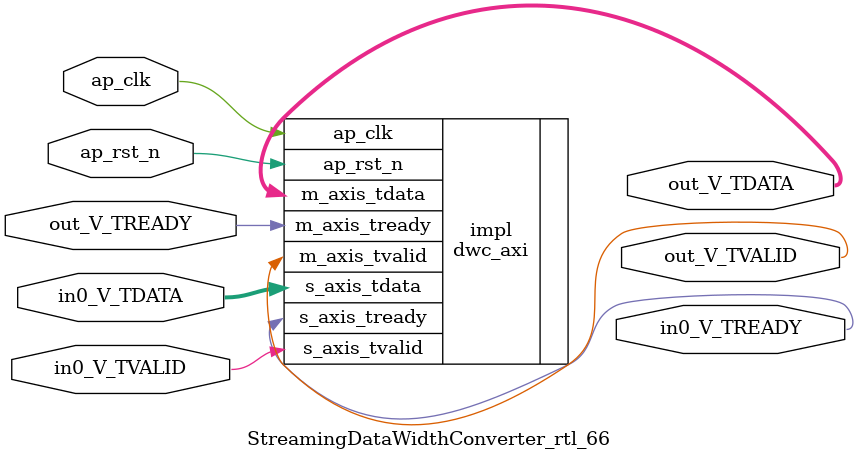
<source format=v>
/******************************************************************************
 * Copyright (C) 2023, Advanced Micro Devices, Inc.
 * All rights reserved.
 *
 * Redistribution and use in source and binary forms, with or without
 * modification, are permitted provided that the following conditions are met:
 *
 *  1. Redistributions of source code must retain the above copyright notice,
 *     this list of conditions and the following disclaimer.
 *
 *  2. Redistributions in binary form must reproduce the above copyright
 *     notice, this list of conditions and the following disclaimer in the
 *     documentation and/or other materials provided with the distribution.
 *
 *  3. Neither the name of the copyright holder nor the names of its
 *     contributors may be used to endorse or promote products derived from
 *     this software without specific prior written permission.
 *
 * THIS SOFTWARE IS PROVIDED BY THE COPYRIGHT HOLDERS AND CONTRIBUTORS "AS IS"
 * AND ANY EXPRESS OR IMPLIED WARRANTIES, INCLUDING, BUT NOT LIMITED TO,
 * THE IMPLIED WARRANTIES OF MERCHANTABILITY AND FITNESS FOR A PARTICULAR
 * PURPOSE ARE DISCLAIMED. IN NO EVENT SHALL THE COPYRIGHT HOLDER OR
 * CONTRIBUTORS BE LIABLE FOR ANY DIRECT, INDIRECT, INCIDENTAL, SPECIAL,
 * EXEMPLARY, OR CONSEQUENTIAL DAMAGES (INCLUDING, BUT NOT LIMITED TO,
 * PROCUREMENT OF SUBSTITUTE GOODS OR SERVICES; LOSS OF USE, DATA, OR PROFITS;
 * OR BUSINESS INTERRUPTION). HOWEVER CAUSED AND ON ANY THEORY OF LIABILITY,
 * WHETHER IN CONTRACT, STRICT LIABILITY, OR TORT (INCLUDING NEGLIGENCE OR
 * OTHERWISE) ARISING IN ANY WAY OUT OF THE USE OF THIS SOFTWARE, EVEN IF
 * ADVISED OF THE POSSIBILITY OF SUCH DAMAGE.
 *****************************************************************************/

module StreamingDataWidthConverter_rtl_66 #(
	parameter  IBITS = 4,
	parameter  OBITS = 8,

	parameter  AXI_IBITS = (IBITS+7)/8 * 8,
	parameter  AXI_OBITS = (OBITS+7)/8 * 8
)(
	//- Global Control ------------------
	(* X_INTERFACE_INFO = "xilinx.com:signal:clock:1.0 ap_clk CLK" *)
	(* X_INTERFACE_PARAMETER = "ASSOCIATED_BUSIF in0_V:out_V, ASSOCIATED_RESET ap_rst_n" *)
	input	ap_clk,
	(* X_INTERFACE_PARAMETER = "POLARITY ACTIVE_LOW" *)
	input	ap_rst_n,

	//- AXI Stream - Input --------------
	output	in0_V_TREADY,
	input	in0_V_TVALID,
	input	[AXI_IBITS-1:0]  in0_V_TDATA,

	//- AXI Stream - Output -------------
	input	out_V_TREADY,
	output	out_V_TVALID,
	output	[AXI_OBITS-1:0]  out_V_TDATA
);

	dwc_axi #(
		.IBITS(IBITS),
		.OBITS(OBITS)
	) impl (
		.ap_clk(ap_clk),
		.ap_rst_n(ap_rst_n),
		.s_axis_tready(in0_V_TREADY),
		.s_axis_tvalid(in0_V_TVALID),
		.s_axis_tdata(in0_V_TDATA),
		.m_axis_tready(out_V_TREADY),
		.m_axis_tvalid(out_V_TVALID),
		.m_axis_tdata(out_V_TDATA)
	);

endmodule

</source>
